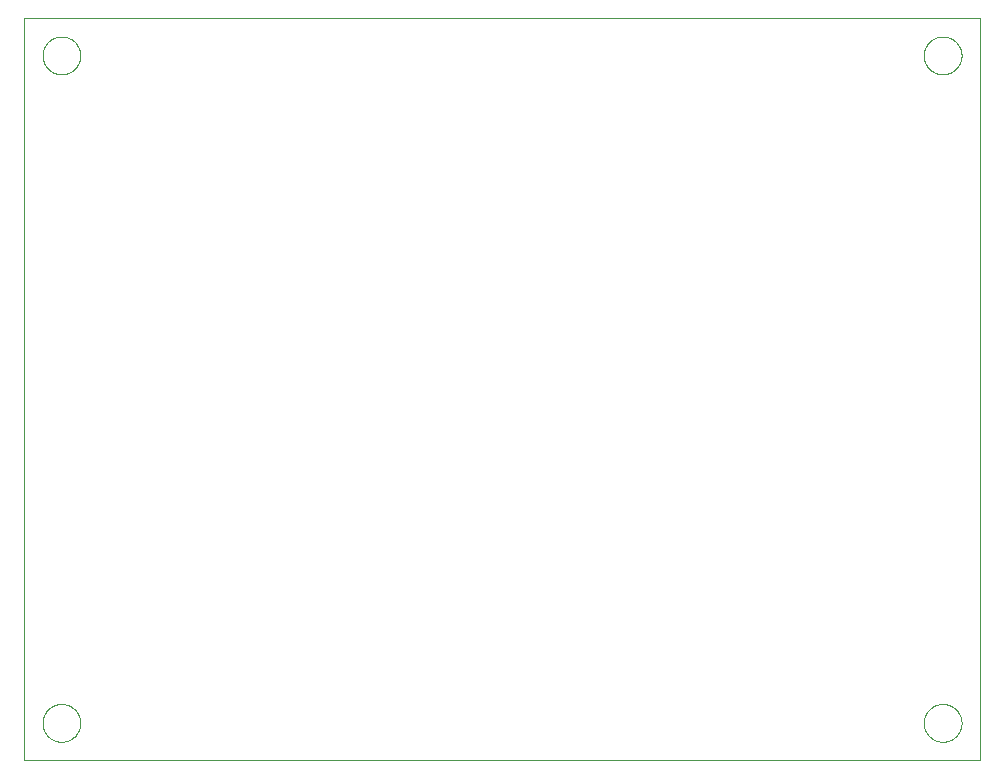
<source format=gbp>
G75*
%MOIN*%
%OFA0B0*%
%FSLAX25Y25*%
%IPPOS*%
%LPD*%
%AMOC8*
5,1,8,0,0,1.08239X$1,22.5*
%
%ADD10C,0.00000*%
D10*
X0077433Y0110435D02*
X0077433Y0357895D01*
X0396134Y0357895D01*
X0396134Y0110435D01*
X0077433Y0110435D01*
X0083634Y0122935D02*
X0083636Y0123093D01*
X0083642Y0123251D01*
X0083652Y0123409D01*
X0083666Y0123567D01*
X0083684Y0123724D01*
X0083705Y0123881D01*
X0083731Y0124037D01*
X0083761Y0124193D01*
X0083794Y0124348D01*
X0083832Y0124501D01*
X0083873Y0124654D01*
X0083918Y0124806D01*
X0083967Y0124957D01*
X0084020Y0125106D01*
X0084076Y0125254D01*
X0084136Y0125400D01*
X0084200Y0125545D01*
X0084268Y0125688D01*
X0084339Y0125830D01*
X0084413Y0125970D01*
X0084491Y0126107D01*
X0084573Y0126243D01*
X0084657Y0126377D01*
X0084746Y0126508D01*
X0084837Y0126637D01*
X0084932Y0126764D01*
X0085029Y0126889D01*
X0085130Y0127011D01*
X0085234Y0127130D01*
X0085341Y0127247D01*
X0085451Y0127361D01*
X0085564Y0127472D01*
X0085679Y0127581D01*
X0085797Y0127686D01*
X0085918Y0127788D01*
X0086041Y0127888D01*
X0086167Y0127984D01*
X0086295Y0128077D01*
X0086425Y0128167D01*
X0086558Y0128253D01*
X0086693Y0128337D01*
X0086829Y0128416D01*
X0086968Y0128493D01*
X0087109Y0128565D01*
X0087251Y0128635D01*
X0087395Y0128700D01*
X0087541Y0128762D01*
X0087688Y0128820D01*
X0087837Y0128875D01*
X0087987Y0128926D01*
X0088138Y0128973D01*
X0088290Y0129016D01*
X0088443Y0129055D01*
X0088598Y0129091D01*
X0088753Y0129122D01*
X0088909Y0129150D01*
X0089065Y0129174D01*
X0089222Y0129194D01*
X0089380Y0129210D01*
X0089537Y0129222D01*
X0089696Y0129230D01*
X0089854Y0129234D01*
X0090012Y0129234D01*
X0090170Y0129230D01*
X0090329Y0129222D01*
X0090486Y0129210D01*
X0090644Y0129194D01*
X0090801Y0129174D01*
X0090957Y0129150D01*
X0091113Y0129122D01*
X0091268Y0129091D01*
X0091423Y0129055D01*
X0091576Y0129016D01*
X0091728Y0128973D01*
X0091879Y0128926D01*
X0092029Y0128875D01*
X0092178Y0128820D01*
X0092325Y0128762D01*
X0092471Y0128700D01*
X0092615Y0128635D01*
X0092757Y0128565D01*
X0092898Y0128493D01*
X0093037Y0128416D01*
X0093173Y0128337D01*
X0093308Y0128253D01*
X0093441Y0128167D01*
X0093571Y0128077D01*
X0093699Y0127984D01*
X0093825Y0127888D01*
X0093948Y0127788D01*
X0094069Y0127686D01*
X0094187Y0127581D01*
X0094302Y0127472D01*
X0094415Y0127361D01*
X0094525Y0127247D01*
X0094632Y0127130D01*
X0094736Y0127011D01*
X0094837Y0126889D01*
X0094934Y0126764D01*
X0095029Y0126637D01*
X0095120Y0126508D01*
X0095209Y0126377D01*
X0095293Y0126243D01*
X0095375Y0126107D01*
X0095453Y0125970D01*
X0095527Y0125830D01*
X0095598Y0125688D01*
X0095666Y0125545D01*
X0095730Y0125400D01*
X0095790Y0125254D01*
X0095846Y0125106D01*
X0095899Y0124957D01*
X0095948Y0124806D01*
X0095993Y0124654D01*
X0096034Y0124501D01*
X0096072Y0124348D01*
X0096105Y0124193D01*
X0096135Y0124037D01*
X0096161Y0123881D01*
X0096182Y0123724D01*
X0096200Y0123567D01*
X0096214Y0123409D01*
X0096224Y0123251D01*
X0096230Y0123093D01*
X0096232Y0122935D01*
X0096230Y0122777D01*
X0096224Y0122619D01*
X0096214Y0122461D01*
X0096200Y0122303D01*
X0096182Y0122146D01*
X0096161Y0121989D01*
X0096135Y0121833D01*
X0096105Y0121677D01*
X0096072Y0121522D01*
X0096034Y0121369D01*
X0095993Y0121216D01*
X0095948Y0121064D01*
X0095899Y0120913D01*
X0095846Y0120764D01*
X0095790Y0120616D01*
X0095730Y0120470D01*
X0095666Y0120325D01*
X0095598Y0120182D01*
X0095527Y0120040D01*
X0095453Y0119900D01*
X0095375Y0119763D01*
X0095293Y0119627D01*
X0095209Y0119493D01*
X0095120Y0119362D01*
X0095029Y0119233D01*
X0094934Y0119106D01*
X0094837Y0118981D01*
X0094736Y0118859D01*
X0094632Y0118740D01*
X0094525Y0118623D01*
X0094415Y0118509D01*
X0094302Y0118398D01*
X0094187Y0118289D01*
X0094069Y0118184D01*
X0093948Y0118082D01*
X0093825Y0117982D01*
X0093699Y0117886D01*
X0093571Y0117793D01*
X0093441Y0117703D01*
X0093308Y0117617D01*
X0093173Y0117533D01*
X0093037Y0117454D01*
X0092898Y0117377D01*
X0092757Y0117305D01*
X0092615Y0117235D01*
X0092471Y0117170D01*
X0092325Y0117108D01*
X0092178Y0117050D01*
X0092029Y0116995D01*
X0091879Y0116944D01*
X0091728Y0116897D01*
X0091576Y0116854D01*
X0091423Y0116815D01*
X0091268Y0116779D01*
X0091113Y0116748D01*
X0090957Y0116720D01*
X0090801Y0116696D01*
X0090644Y0116676D01*
X0090486Y0116660D01*
X0090329Y0116648D01*
X0090170Y0116640D01*
X0090012Y0116636D01*
X0089854Y0116636D01*
X0089696Y0116640D01*
X0089537Y0116648D01*
X0089380Y0116660D01*
X0089222Y0116676D01*
X0089065Y0116696D01*
X0088909Y0116720D01*
X0088753Y0116748D01*
X0088598Y0116779D01*
X0088443Y0116815D01*
X0088290Y0116854D01*
X0088138Y0116897D01*
X0087987Y0116944D01*
X0087837Y0116995D01*
X0087688Y0117050D01*
X0087541Y0117108D01*
X0087395Y0117170D01*
X0087251Y0117235D01*
X0087109Y0117305D01*
X0086968Y0117377D01*
X0086829Y0117454D01*
X0086693Y0117533D01*
X0086558Y0117617D01*
X0086425Y0117703D01*
X0086295Y0117793D01*
X0086167Y0117886D01*
X0086041Y0117982D01*
X0085918Y0118082D01*
X0085797Y0118184D01*
X0085679Y0118289D01*
X0085564Y0118398D01*
X0085451Y0118509D01*
X0085341Y0118623D01*
X0085234Y0118740D01*
X0085130Y0118859D01*
X0085029Y0118981D01*
X0084932Y0119106D01*
X0084837Y0119233D01*
X0084746Y0119362D01*
X0084657Y0119493D01*
X0084573Y0119627D01*
X0084491Y0119763D01*
X0084413Y0119900D01*
X0084339Y0120040D01*
X0084268Y0120182D01*
X0084200Y0120325D01*
X0084136Y0120470D01*
X0084076Y0120616D01*
X0084020Y0120764D01*
X0083967Y0120913D01*
X0083918Y0121064D01*
X0083873Y0121216D01*
X0083832Y0121369D01*
X0083794Y0121522D01*
X0083761Y0121677D01*
X0083731Y0121833D01*
X0083705Y0121989D01*
X0083684Y0122146D01*
X0083666Y0122303D01*
X0083652Y0122461D01*
X0083642Y0122619D01*
X0083636Y0122777D01*
X0083634Y0122935D01*
X0083634Y0345435D02*
X0083636Y0345593D01*
X0083642Y0345751D01*
X0083652Y0345909D01*
X0083666Y0346067D01*
X0083684Y0346224D01*
X0083705Y0346381D01*
X0083731Y0346537D01*
X0083761Y0346693D01*
X0083794Y0346848D01*
X0083832Y0347001D01*
X0083873Y0347154D01*
X0083918Y0347306D01*
X0083967Y0347457D01*
X0084020Y0347606D01*
X0084076Y0347754D01*
X0084136Y0347900D01*
X0084200Y0348045D01*
X0084268Y0348188D01*
X0084339Y0348330D01*
X0084413Y0348470D01*
X0084491Y0348607D01*
X0084573Y0348743D01*
X0084657Y0348877D01*
X0084746Y0349008D01*
X0084837Y0349137D01*
X0084932Y0349264D01*
X0085029Y0349389D01*
X0085130Y0349511D01*
X0085234Y0349630D01*
X0085341Y0349747D01*
X0085451Y0349861D01*
X0085564Y0349972D01*
X0085679Y0350081D01*
X0085797Y0350186D01*
X0085918Y0350288D01*
X0086041Y0350388D01*
X0086167Y0350484D01*
X0086295Y0350577D01*
X0086425Y0350667D01*
X0086558Y0350753D01*
X0086693Y0350837D01*
X0086829Y0350916D01*
X0086968Y0350993D01*
X0087109Y0351065D01*
X0087251Y0351135D01*
X0087395Y0351200D01*
X0087541Y0351262D01*
X0087688Y0351320D01*
X0087837Y0351375D01*
X0087987Y0351426D01*
X0088138Y0351473D01*
X0088290Y0351516D01*
X0088443Y0351555D01*
X0088598Y0351591D01*
X0088753Y0351622D01*
X0088909Y0351650D01*
X0089065Y0351674D01*
X0089222Y0351694D01*
X0089380Y0351710D01*
X0089537Y0351722D01*
X0089696Y0351730D01*
X0089854Y0351734D01*
X0090012Y0351734D01*
X0090170Y0351730D01*
X0090329Y0351722D01*
X0090486Y0351710D01*
X0090644Y0351694D01*
X0090801Y0351674D01*
X0090957Y0351650D01*
X0091113Y0351622D01*
X0091268Y0351591D01*
X0091423Y0351555D01*
X0091576Y0351516D01*
X0091728Y0351473D01*
X0091879Y0351426D01*
X0092029Y0351375D01*
X0092178Y0351320D01*
X0092325Y0351262D01*
X0092471Y0351200D01*
X0092615Y0351135D01*
X0092757Y0351065D01*
X0092898Y0350993D01*
X0093037Y0350916D01*
X0093173Y0350837D01*
X0093308Y0350753D01*
X0093441Y0350667D01*
X0093571Y0350577D01*
X0093699Y0350484D01*
X0093825Y0350388D01*
X0093948Y0350288D01*
X0094069Y0350186D01*
X0094187Y0350081D01*
X0094302Y0349972D01*
X0094415Y0349861D01*
X0094525Y0349747D01*
X0094632Y0349630D01*
X0094736Y0349511D01*
X0094837Y0349389D01*
X0094934Y0349264D01*
X0095029Y0349137D01*
X0095120Y0349008D01*
X0095209Y0348877D01*
X0095293Y0348743D01*
X0095375Y0348607D01*
X0095453Y0348470D01*
X0095527Y0348330D01*
X0095598Y0348188D01*
X0095666Y0348045D01*
X0095730Y0347900D01*
X0095790Y0347754D01*
X0095846Y0347606D01*
X0095899Y0347457D01*
X0095948Y0347306D01*
X0095993Y0347154D01*
X0096034Y0347001D01*
X0096072Y0346848D01*
X0096105Y0346693D01*
X0096135Y0346537D01*
X0096161Y0346381D01*
X0096182Y0346224D01*
X0096200Y0346067D01*
X0096214Y0345909D01*
X0096224Y0345751D01*
X0096230Y0345593D01*
X0096232Y0345435D01*
X0096230Y0345277D01*
X0096224Y0345119D01*
X0096214Y0344961D01*
X0096200Y0344803D01*
X0096182Y0344646D01*
X0096161Y0344489D01*
X0096135Y0344333D01*
X0096105Y0344177D01*
X0096072Y0344022D01*
X0096034Y0343869D01*
X0095993Y0343716D01*
X0095948Y0343564D01*
X0095899Y0343413D01*
X0095846Y0343264D01*
X0095790Y0343116D01*
X0095730Y0342970D01*
X0095666Y0342825D01*
X0095598Y0342682D01*
X0095527Y0342540D01*
X0095453Y0342400D01*
X0095375Y0342263D01*
X0095293Y0342127D01*
X0095209Y0341993D01*
X0095120Y0341862D01*
X0095029Y0341733D01*
X0094934Y0341606D01*
X0094837Y0341481D01*
X0094736Y0341359D01*
X0094632Y0341240D01*
X0094525Y0341123D01*
X0094415Y0341009D01*
X0094302Y0340898D01*
X0094187Y0340789D01*
X0094069Y0340684D01*
X0093948Y0340582D01*
X0093825Y0340482D01*
X0093699Y0340386D01*
X0093571Y0340293D01*
X0093441Y0340203D01*
X0093308Y0340117D01*
X0093173Y0340033D01*
X0093037Y0339954D01*
X0092898Y0339877D01*
X0092757Y0339805D01*
X0092615Y0339735D01*
X0092471Y0339670D01*
X0092325Y0339608D01*
X0092178Y0339550D01*
X0092029Y0339495D01*
X0091879Y0339444D01*
X0091728Y0339397D01*
X0091576Y0339354D01*
X0091423Y0339315D01*
X0091268Y0339279D01*
X0091113Y0339248D01*
X0090957Y0339220D01*
X0090801Y0339196D01*
X0090644Y0339176D01*
X0090486Y0339160D01*
X0090329Y0339148D01*
X0090170Y0339140D01*
X0090012Y0339136D01*
X0089854Y0339136D01*
X0089696Y0339140D01*
X0089537Y0339148D01*
X0089380Y0339160D01*
X0089222Y0339176D01*
X0089065Y0339196D01*
X0088909Y0339220D01*
X0088753Y0339248D01*
X0088598Y0339279D01*
X0088443Y0339315D01*
X0088290Y0339354D01*
X0088138Y0339397D01*
X0087987Y0339444D01*
X0087837Y0339495D01*
X0087688Y0339550D01*
X0087541Y0339608D01*
X0087395Y0339670D01*
X0087251Y0339735D01*
X0087109Y0339805D01*
X0086968Y0339877D01*
X0086829Y0339954D01*
X0086693Y0340033D01*
X0086558Y0340117D01*
X0086425Y0340203D01*
X0086295Y0340293D01*
X0086167Y0340386D01*
X0086041Y0340482D01*
X0085918Y0340582D01*
X0085797Y0340684D01*
X0085679Y0340789D01*
X0085564Y0340898D01*
X0085451Y0341009D01*
X0085341Y0341123D01*
X0085234Y0341240D01*
X0085130Y0341359D01*
X0085029Y0341481D01*
X0084932Y0341606D01*
X0084837Y0341733D01*
X0084746Y0341862D01*
X0084657Y0341993D01*
X0084573Y0342127D01*
X0084491Y0342263D01*
X0084413Y0342400D01*
X0084339Y0342540D01*
X0084268Y0342682D01*
X0084200Y0342825D01*
X0084136Y0342970D01*
X0084076Y0343116D01*
X0084020Y0343264D01*
X0083967Y0343413D01*
X0083918Y0343564D01*
X0083873Y0343716D01*
X0083832Y0343869D01*
X0083794Y0344022D01*
X0083761Y0344177D01*
X0083731Y0344333D01*
X0083705Y0344489D01*
X0083684Y0344646D01*
X0083666Y0344803D01*
X0083652Y0344961D01*
X0083642Y0345119D01*
X0083636Y0345277D01*
X0083634Y0345435D01*
X0377384Y0345435D02*
X0377386Y0345593D01*
X0377392Y0345751D01*
X0377402Y0345909D01*
X0377416Y0346067D01*
X0377434Y0346224D01*
X0377455Y0346381D01*
X0377481Y0346537D01*
X0377511Y0346693D01*
X0377544Y0346848D01*
X0377582Y0347001D01*
X0377623Y0347154D01*
X0377668Y0347306D01*
X0377717Y0347457D01*
X0377770Y0347606D01*
X0377826Y0347754D01*
X0377886Y0347900D01*
X0377950Y0348045D01*
X0378018Y0348188D01*
X0378089Y0348330D01*
X0378163Y0348470D01*
X0378241Y0348607D01*
X0378323Y0348743D01*
X0378407Y0348877D01*
X0378496Y0349008D01*
X0378587Y0349137D01*
X0378682Y0349264D01*
X0378779Y0349389D01*
X0378880Y0349511D01*
X0378984Y0349630D01*
X0379091Y0349747D01*
X0379201Y0349861D01*
X0379314Y0349972D01*
X0379429Y0350081D01*
X0379547Y0350186D01*
X0379668Y0350288D01*
X0379791Y0350388D01*
X0379917Y0350484D01*
X0380045Y0350577D01*
X0380175Y0350667D01*
X0380308Y0350753D01*
X0380443Y0350837D01*
X0380579Y0350916D01*
X0380718Y0350993D01*
X0380859Y0351065D01*
X0381001Y0351135D01*
X0381145Y0351200D01*
X0381291Y0351262D01*
X0381438Y0351320D01*
X0381587Y0351375D01*
X0381737Y0351426D01*
X0381888Y0351473D01*
X0382040Y0351516D01*
X0382193Y0351555D01*
X0382348Y0351591D01*
X0382503Y0351622D01*
X0382659Y0351650D01*
X0382815Y0351674D01*
X0382972Y0351694D01*
X0383130Y0351710D01*
X0383287Y0351722D01*
X0383446Y0351730D01*
X0383604Y0351734D01*
X0383762Y0351734D01*
X0383920Y0351730D01*
X0384079Y0351722D01*
X0384236Y0351710D01*
X0384394Y0351694D01*
X0384551Y0351674D01*
X0384707Y0351650D01*
X0384863Y0351622D01*
X0385018Y0351591D01*
X0385173Y0351555D01*
X0385326Y0351516D01*
X0385478Y0351473D01*
X0385629Y0351426D01*
X0385779Y0351375D01*
X0385928Y0351320D01*
X0386075Y0351262D01*
X0386221Y0351200D01*
X0386365Y0351135D01*
X0386507Y0351065D01*
X0386648Y0350993D01*
X0386787Y0350916D01*
X0386923Y0350837D01*
X0387058Y0350753D01*
X0387191Y0350667D01*
X0387321Y0350577D01*
X0387449Y0350484D01*
X0387575Y0350388D01*
X0387698Y0350288D01*
X0387819Y0350186D01*
X0387937Y0350081D01*
X0388052Y0349972D01*
X0388165Y0349861D01*
X0388275Y0349747D01*
X0388382Y0349630D01*
X0388486Y0349511D01*
X0388587Y0349389D01*
X0388684Y0349264D01*
X0388779Y0349137D01*
X0388870Y0349008D01*
X0388959Y0348877D01*
X0389043Y0348743D01*
X0389125Y0348607D01*
X0389203Y0348470D01*
X0389277Y0348330D01*
X0389348Y0348188D01*
X0389416Y0348045D01*
X0389480Y0347900D01*
X0389540Y0347754D01*
X0389596Y0347606D01*
X0389649Y0347457D01*
X0389698Y0347306D01*
X0389743Y0347154D01*
X0389784Y0347001D01*
X0389822Y0346848D01*
X0389855Y0346693D01*
X0389885Y0346537D01*
X0389911Y0346381D01*
X0389932Y0346224D01*
X0389950Y0346067D01*
X0389964Y0345909D01*
X0389974Y0345751D01*
X0389980Y0345593D01*
X0389982Y0345435D01*
X0389980Y0345277D01*
X0389974Y0345119D01*
X0389964Y0344961D01*
X0389950Y0344803D01*
X0389932Y0344646D01*
X0389911Y0344489D01*
X0389885Y0344333D01*
X0389855Y0344177D01*
X0389822Y0344022D01*
X0389784Y0343869D01*
X0389743Y0343716D01*
X0389698Y0343564D01*
X0389649Y0343413D01*
X0389596Y0343264D01*
X0389540Y0343116D01*
X0389480Y0342970D01*
X0389416Y0342825D01*
X0389348Y0342682D01*
X0389277Y0342540D01*
X0389203Y0342400D01*
X0389125Y0342263D01*
X0389043Y0342127D01*
X0388959Y0341993D01*
X0388870Y0341862D01*
X0388779Y0341733D01*
X0388684Y0341606D01*
X0388587Y0341481D01*
X0388486Y0341359D01*
X0388382Y0341240D01*
X0388275Y0341123D01*
X0388165Y0341009D01*
X0388052Y0340898D01*
X0387937Y0340789D01*
X0387819Y0340684D01*
X0387698Y0340582D01*
X0387575Y0340482D01*
X0387449Y0340386D01*
X0387321Y0340293D01*
X0387191Y0340203D01*
X0387058Y0340117D01*
X0386923Y0340033D01*
X0386787Y0339954D01*
X0386648Y0339877D01*
X0386507Y0339805D01*
X0386365Y0339735D01*
X0386221Y0339670D01*
X0386075Y0339608D01*
X0385928Y0339550D01*
X0385779Y0339495D01*
X0385629Y0339444D01*
X0385478Y0339397D01*
X0385326Y0339354D01*
X0385173Y0339315D01*
X0385018Y0339279D01*
X0384863Y0339248D01*
X0384707Y0339220D01*
X0384551Y0339196D01*
X0384394Y0339176D01*
X0384236Y0339160D01*
X0384079Y0339148D01*
X0383920Y0339140D01*
X0383762Y0339136D01*
X0383604Y0339136D01*
X0383446Y0339140D01*
X0383287Y0339148D01*
X0383130Y0339160D01*
X0382972Y0339176D01*
X0382815Y0339196D01*
X0382659Y0339220D01*
X0382503Y0339248D01*
X0382348Y0339279D01*
X0382193Y0339315D01*
X0382040Y0339354D01*
X0381888Y0339397D01*
X0381737Y0339444D01*
X0381587Y0339495D01*
X0381438Y0339550D01*
X0381291Y0339608D01*
X0381145Y0339670D01*
X0381001Y0339735D01*
X0380859Y0339805D01*
X0380718Y0339877D01*
X0380579Y0339954D01*
X0380443Y0340033D01*
X0380308Y0340117D01*
X0380175Y0340203D01*
X0380045Y0340293D01*
X0379917Y0340386D01*
X0379791Y0340482D01*
X0379668Y0340582D01*
X0379547Y0340684D01*
X0379429Y0340789D01*
X0379314Y0340898D01*
X0379201Y0341009D01*
X0379091Y0341123D01*
X0378984Y0341240D01*
X0378880Y0341359D01*
X0378779Y0341481D01*
X0378682Y0341606D01*
X0378587Y0341733D01*
X0378496Y0341862D01*
X0378407Y0341993D01*
X0378323Y0342127D01*
X0378241Y0342263D01*
X0378163Y0342400D01*
X0378089Y0342540D01*
X0378018Y0342682D01*
X0377950Y0342825D01*
X0377886Y0342970D01*
X0377826Y0343116D01*
X0377770Y0343264D01*
X0377717Y0343413D01*
X0377668Y0343564D01*
X0377623Y0343716D01*
X0377582Y0343869D01*
X0377544Y0344022D01*
X0377511Y0344177D01*
X0377481Y0344333D01*
X0377455Y0344489D01*
X0377434Y0344646D01*
X0377416Y0344803D01*
X0377402Y0344961D01*
X0377392Y0345119D01*
X0377386Y0345277D01*
X0377384Y0345435D01*
X0377384Y0122935D02*
X0377386Y0123093D01*
X0377392Y0123251D01*
X0377402Y0123409D01*
X0377416Y0123567D01*
X0377434Y0123724D01*
X0377455Y0123881D01*
X0377481Y0124037D01*
X0377511Y0124193D01*
X0377544Y0124348D01*
X0377582Y0124501D01*
X0377623Y0124654D01*
X0377668Y0124806D01*
X0377717Y0124957D01*
X0377770Y0125106D01*
X0377826Y0125254D01*
X0377886Y0125400D01*
X0377950Y0125545D01*
X0378018Y0125688D01*
X0378089Y0125830D01*
X0378163Y0125970D01*
X0378241Y0126107D01*
X0378323Y0126243D01*
X0378407Y0126377D01*
X0378496Y0126508D01*
X0378587Y0126637D01*
X0378682Y0126764D01*
X0378779Y0126889D01*
X0378880Y0127011D01*
X0378984Y0127130D01*
X0379091Y0127247D01*
X0379201Y0127361D01*
X0379314Y0127472D01*
X0379429Y0127581D01*
X0379547Y0127686D01*
X0379668Y0127788D01*
X0379791Y0127888D01*
X0379917Y0127984D01*
X0380045Y0128077D01*
X0380175Y0128167D01*
X0380308Y0128253D01*
X0380443Y0128337D01*
X0380579Y0128416D01*
X0380718Y0128493D01*
X0380859Y0128565D01*
X0381001Y0128635D01*
X0381145Y0128700D01*
X0381291Y0128762D01*
X0381438Y0128820D01*
X0381587Y0128875D01*
X0381737Y0128926D01*
X0381888Y0128973D01*
X0382040Y0129016D01*
X0382193Y0129055D01*
X0382348Y0129091D01*
X0382503Y0129122D01*
X0382659Y0129150D01*
X0382815Y0129174D01*
X0382972Y0129194D01*
X0383130Y0129210D01*
X0383287Y0129222D01*
X0383446Y0129230D01*
X0383604Y0129234D01*
X0383762Y0129234D01*
X0383920Y0129230D01*
X0384079Y0129222D01*
X0384236Y0129210D01*
X0384394Y0129194D01*
X0384551Y0129174D01*
X0384707Y0129150D01*
X0384863Y0129122D01*
X0385018Y0129091D01*
X0385173Y0129055D01*
X0385326Y0129016D01*
X0385478Y0128973D01*
X0385629Y0128926D01*
X0385779Y0128875D01*
X0385928Y0128820D01*
X0386075Y0128762D01*
X0386221Y0128700D01*
X0386365Y0128635D01*
X0386507Y0128565D01*
X0386648Y0128493D01*
X0386787Y0128416D01*
X0386923Y0128337D01*
X0387058Y0128253D01*
X0387191Y0128167D01*
X0387321Y0128077D01*
X0387449Y0127984D01*
X0387575Y0127888D01*
X0387698Y0127788D01*
X0387819Y0127686D01*
X0387937Y0127581D01*
X0388052Y0127472D01*
X0388165Y0127361D01*
X0388275Y0127247D01*
X0388382Y0127130D01*
X0388486Y0127011D01*
X0388587Y0126889D01*
X0388684Y0126764D01*
X0388779Y0126637D01*
X0388870Y0126508D01*
X0388959Y0126377D01*
X0389043Y0126243D01*
X0389125Y0126107D01*
X0389203Y0125970D01*
X0389277Y0125830D01*
X0389348Y0125688D01*
X0389416Y0125545D01*
X0389480Y0125400D01*
X0389540Y0125254D01*
X0389596Y0125106D01*
X0389649Y0124957D01*
X0389698Y0124806D01*
X0389743Y0124654D01*
X0389784Y0124501D01*
X0389822Y0124348D01*
X0389855Y0124193D01*
X0389885Y0124037D01*
X0389911Y0123881D01*
X0389932Y0123724D01*
X0389950Y0123567D01*
X0389964Y0123409D01*
X0389974Y0123251D01*
X0389980Y0123093D01*
X0389982Y0122935D01*
X0389980Y0122777D01*
X0389974Y0122619D01*
X0389964Y0122461D01*
X0389950Y0122303D01*
X0389932Y0122146D01*
X0389911Y0121989D01*
X0389885Y0121833D01*
X0389855Y0121677D01*
X0389822Y0121522D01*
X0389784Y0121369D01*
X0389743Y0121216D01*
X0389698Y0121064D01*
X0389649Y0120913D01*
X0389596Y0120764D01*
X0389540Y0120616D01*
X0389480Y0120470D01*
X0389416Y0120325D01*
X0389348Y0120182D01*
X0389277Y0120040D01*
X0389203Y0119900D01*
X0389125Y0119763D01*
X0389043Y0119627D01*
X0388959Y0119493D01*
X0388870Y0119362D01*
X0388779Y0119233D01*
X0388684Y0119106D01*
X0388587Y0118981D01*
X0388486Y0118859D01*
X0388382Y0118740D01*
X0388275Y0118623D01*
X0388165Y0118509D01*
X0388052Y0118398D01*
X0387937Y0118289D01*
X0387819Y0118184D01*
X0387698Y0118082D01*
X0387575Y0117982D01*
X0387449Y0117886D01*
X0387321Y0117793D01*
X0387191Y0117703D01*
X0387058Y0117617D01*
X0386923Y0117533D01*
X0386787Y0117454D01*
X0386648Y0117377D01*
X0386507Y0117305D01*
X0386365Y0117235D01*
X0386221Y0117170D01*
X0386075Y0117108D01*
X0385928Y0117050D01*
X0385779Y0116995D01*
X0385629Y0116944D01*
X0385478Y0116897D01*
X0385326Y0116854D01*
X0385173Y0116815D01*
X0385018Y0116779D01*
X0384863Y0116748D01*
X0384707Y0116720D01*
X0384551Y0116696D01*
X0384394Y0116676D01*
X0384236Y0116660D01*
X0384079Y0116648D01*
X0383920Y0116640D01*
X0383762Y0116636D01*
X0383604Y0116636D01*
X0383446Y0116640D01*
X0383287Y0116648D01*
X0383130Y0116660D01*
X0382972Y0116676D01*
X0382815Y0116696D01*
X0382659Y0116720D01*
X0382503Y0116748D01*
X0382348Y0116779D01*
X0382193Y0116815D01*
X0382040Y0116854D01*
X0381888Y0116897D01*
X0381737Y0116944D01*
X0381587Y0116995D01*
X0381438Y0117050D01*
X0381291Y0117108D01*
X0381145Y0117170D01*
X0381001Y0117235D01*
X0380859Y0117305D01*
X0380718Y0117377D01*
X0380579Y0117454D01*
X0380443Y0117533D01*
X0380308Y0117617D01*
X0380175Y0117703D01*
X0380045Y0117793D01*
X0379917Y0117886D01*
X0379791Y0117982D01*
X0379668Y0118082D01*
X0379547Y0118184D01*
X0379429Y0118289D01*
X0379314Y0118398D01*
X0379201Y0118509D01*
X0379091Y0118623D01*
X0378984Y0118740D01*
X0378880Y0118859D01*
X0378779Y0118981D01*
X0378682Y0119106D01*
X0378587Y0119233D01*
X0378496Y0119362D01*
X0378407Y0119493D01*
X0378323Y0119627D01*
X0378241Y0119763D01*
X0378163Y0119900D01*
X0378089Y0120040D01*
X0378018Y0120182D01*
X0377950Y0120325D01*
X0377886Y0120470D01*
X0377826Y0120616D01*
X0377770Y0120764D01*
X0377717Y0120913D01*
X0377668Y0121064D01*
X0377623Y0121216D01*
X0377582Y0121369D01*
X0377544Y0121522D01*
X0377511Y0121677D01*
X0377481Y0121833D01*
X0377455Y0121989D01*
X0377434Y0122146D01*
X0377416Y0122303D01*
X0377402Y0122461D01*
X0377392Y0122619D01*
X0377386Y0122777D01*
X0377384Y0122935D01*
M02*

</source>
